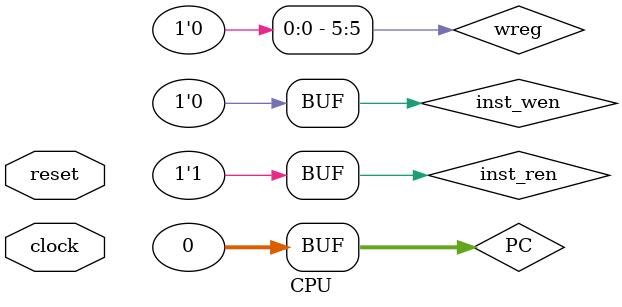
<source format=v>
`include "data.v"
`include "control.v"


module CPU(clock,reset);

    reg [31:0] PC;
    reg inst_wen, inst_ren;
    input clock, reset;
    wire [31:0] din, dout; 
    wire [5:0] wreg;
    wire [3:0] aluOp;
    wire rWrite, rDst, aluSrc, branch, bequal, memWrite, memToReg;
    wire [4:0] rdA, rdB;
    wire [31:0] wd;

    always @(negedge clock) begin
        PC = PC + 1;
    end

    always @(dout) begin   // MUX for wreg
        wreg = (rDst) ? dout[15:11] : dout[20:16];
    end

    assign PC = 32'b0;
    assign inst_ren = 1;
    assign inst_wen = 0;

    Memory InstMemory(.clock(clock),.reset(reset),.ren(inst_ren),.wen(inst_wen),.addr(PC),.din(din),.dout(dout));
    RegFile cpu_regs(.clock(clock), .reset(reset), .raA(dout[25:21]), .raB(dout[20:16]), .wa(wreg), .wen(rWrite), .wd(), .rdA(rdA), .rdB(rdB)); // for next
    ControlUnit cUnit(.opcode(dout[31:26]),.func(dout[5:0]),.aluOp(aluop), .rWrite(rWrite), .rDst(rDst), .aluSrc(aluSrc),
                  .branch(branch), .bequal(bequal), .memWrite(memWrite), .memToReg(memToReg));
    ALU alu ();






endmodule
</source>
